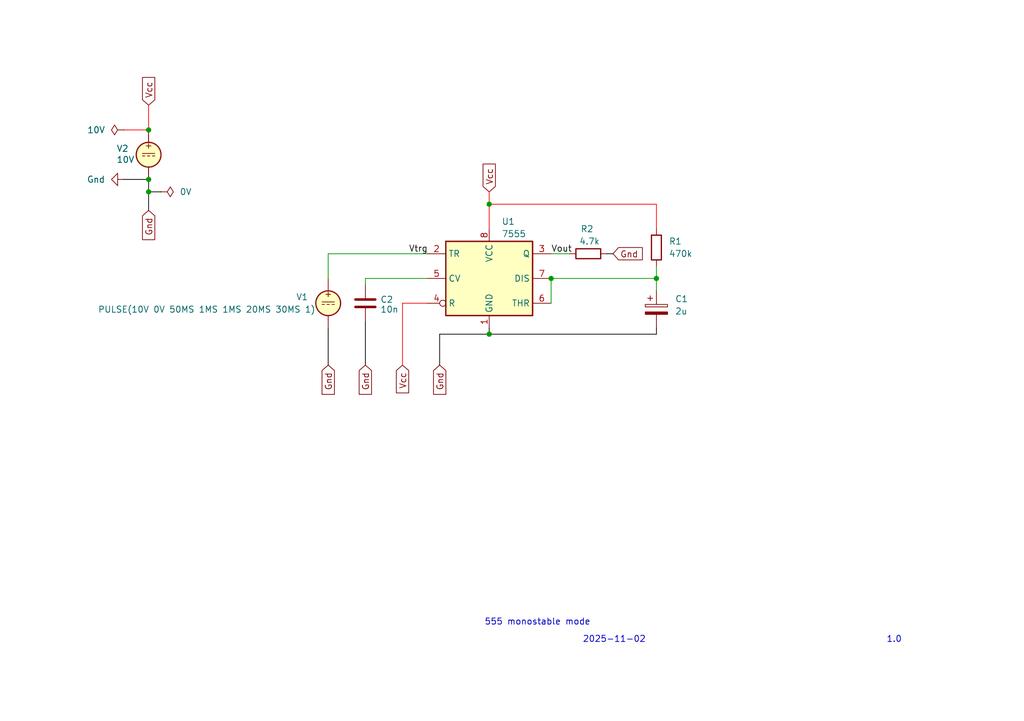
<source format=kicad_sch>
(kicad_sch (version 20250114) (generator "eeschema") (generator_version "9.0")
  (paper "A5")
  (lib_symbols
    (symbol "Device:C" (pin_numbers (hide yes)) (pin_names (offset 0.254))
      (property "Reference" "C" (at 0.635 2.54 0))
      (property "Value" "C" (at 0.635 -2.54 0))
      (symbol "C_0_1"
        (polyline (pts (xy -2.032 0.762) (xy 2.032 0.762)) (stroke (width 0.508)))
        (polyline (pts (xy -2.032 -0.762) (xy 2.032 -0.762)) (stroke (width 0.508)))
      )
      (symbol "C_1_1"
        (pin passive line (at 0 3.81 270) (length 2.794) (name "~") (number "1"))
        (pin passive line (at 0 -3.81 90) (length 2.794) (name "~") (number "2"))
      )
    )
    (symbol "Device:C_Polarized" (pin_numbers (hide yes)) (pin_names (offset 0.254))
      (property "Reference" "C" (at 0.635 2.54 0))
      (property "Value" "C_Polarized" (at 0.635 -2.54 0))
      (symbol "C_Polarized_0_1"
        (rectangle (start -2.286 0.508) (end 2.286 1.016))
        (polyline (pts (xy -1.778 2.286) (xy -0.762 2.286)))
        (polyline (pts (xy -1.27 2.794) (xy -1.27 1.778)))
        (rectangle (start 2.286 -0.508) (end -2.286 -1.016) (fill (type outline)))
      )
      (symbol "C_Polarized_1_1"
        (pin passive line (at 0 3.81 270) (length 2.794) (name "~") (number "1"))
        (pin passive line (at 0 -3.81 90) (length 2.794) (name "~") (number "2"))
      )
    )
    (symbol "Device:R" (pin_numbers (hide yes)) (pin_names (offset 0))
      (property "Reference" "R" (at 2.032 0 90))
      (property "Value" "R" (at 0 0 90))
      (symbol "R_0_1"
        (rectangle (start -1.016 -2.54) (end 1.016 2.54) (stroke (width 0.254)))
      )
      (symbol "R_1_1"
        (pin passive line (at 0 3.81 270) (length 1.27) (name "~") (number "1"))
        (pin passive line (at 0 -3.81 90) (length 1.27) (name "~") (number "2"))
      )
    )
    (symbol "Simulation_SPICE:VDC" (pin_numbers (hide yes)) (pin_names (offset 0.0254))
      (property "Reference" "V" (at 2.54 2.54 0))
      (property "Value" "1" (at 2.54 0 0))
      (symbol "VDC_0_0"
        (polyline (pts (xy -1.27 0.254) (xy 1.27 0.254)))
        (polyline (pts (xy -0.762 -0.254) (xy -1.27 -0.254)))
        (polyline (pts (xy 0.254 -0.254) (xy -0.254 -0.254)))
        (polyline (pts (xy 1.27 -0.254) (xy 0.762 -0.254)))
        (text "+" (at 0 1.905 0) (effects (font (size 1.27 1.27))))
      )
      (symbol "VDC_0_1"
        (circle (center 0 0) (radius 2.54) (stroke (width 0.254)) (fill (type background)))
      )
      (symbol "VDC_1_1"
        (pin passive line (at 0 5.08 270) (length 2.54) (name "~") (number "1"))
        (pin passive line (at 0 -5.08 90) (length 2.54) (name "~") (number "2"))
      )
    )
    (symbol "Timer:LM555xN"
      (property "Reference" "U" (at -10.16 8.89 0))
      (property "Value" "LM555xN" (at 2.54 8.89 0))
      (symbol "LM555xN_0_0"
        (pin power_in line (at 0 10.16 270) (length 2.54) (name "VCC") (number "8"))
        (pin power_in line (at 0 -10.16 90) (length 2.54) (name "GND") (number "1"))
      )
      (symbol "LM555xN_0_1"
        (rectangle (start -8.89 -7.62) (end 8.89 7.62) (stroke (width 0.254)) (fill (type background)))
        (rectangle (start -8.89 -7.62) (end 8.89 7.62) (stroke (width 0.254)) (fill (type background)))
      )
      (symbol "LM555xN_1_1"
        (pin input line (at -12.7 5.08 0) (length 3.81) (name "TR") (number "2"))
        (pin input line (at -12.7 0 0) (length 3.81) (name "CV") (number "5"))
        (pin input inverted (at -12.7 -5.08 0) (length 3.81) (name "R") (number "4"))
        (pin output line (at 12.7 5.08 180) (length 3.81) (name "Q") (number "3"))
        (pin input line (at 12.7 0 180) (length 3.81) (name "DIS") (number "7"))
        (pin input line (at 12.7 -5.08 180) (length 3.81) (name "THR") (number "6"))
      )
    )
    (symbol "power:GND" (power) (pin_numbers (hide yes)) (pin_names (offset 0) (hide yes))
      (property "Value" "GND" (at 0 -3.81 0))
      (symbol "GND_0_1"
        (polyline (pts (xy 0 0) (xy 0 -1.27) (xy 1.27 -1.27) (xy 0 -2.54) (xy -1.27 -1.27) (xy 0 -1.27)))
      )
      (symbol "GND_1_1"
        (pin power_in line (at 0 0 270) (length 0) (name "~") (number "1"))
      )
    )
    (symbol "power:PWR_FLAG" (power) (pin_numbers (hide yes)) (pin_names (offset 0) (hide yes))
      (property "Value" "PWR_FLAG" (at 0 3.81 0))
      (symbol "PWR_FLAG_0_0"
        (pin power_out line (at 0 0 90) (length 0) (name "~") (number "1"))
      )
      (symbol "PWR_FLAG_0_1"
        (polyline (pts (xy 0 0) (xy 0 1.27) (xy -1.016 1.905) (xy 0 2.54) (xy 1.016 1.905) (xy 0 1.27)))
      )
    )
  )
  (text "555 monostable mode" (at 110.236 127.762 0) (effects (font (size 1.27 1.27))))
  (text "2025-11-02" (at 125.984 131.318 0) (effects (font (size 1.27 1.27))))
  (text "1.0" (at 183.388 131.318 0) (effects (font (size 1.27 1.27))))
  (junction (at 30.48 36.83))
  (junction (at 134.62 57.15))
  (junction (at 100.33 68.58))
  (junction (at 30.48 26.67))
  (junction (at 113.03 57.15))
  (junction (at 30.48 39.37))
  (junction (at 100.33 41.91))
  (wire (pts (xy 67.31 52.07) (xy 87.63 52.07)))
  (wire (pts (xy 134.62 41.91) (xy 134.62 46.99)) (stroke (width 0) (color 255 0 0 1)))
  (wire (pts (xy 74.93 66.04) (xy 74.93 74.93)) (stroke (width 0) (color 0 0 0 1)))
  (wire (pts (xy 74.93 57.15) (xy 87.63 57.15)))
  (wire (pts (xy 30.48 39.37) (xy 33.02 39.37)) (stroke (width 0) (color 0 0 0 1)))
  (wire (pts (xy 134.62 57.15) (xy 134.62 59.69)))
  (wire (pts (xy 113.03 57.15) (xy 113.03 62.23)))
  (wire (pts (xy 90.17 68.58) (xy 100.33 68.58)) (stroke (width 0) (color 0 0 0 1)))
  (wire (pts (xy 100.33 41.91) (xy 100.33 46.99)) (stroke (width 0) (color 255 0 0 1)))
  (wire (pts (xy 30.48 39.37) (xy 30.48 43.18)) (stroke (width 0) (color 0 0 0 1)))
  (wire (pts (xy 30.48 21.59) (xy 30.48 26.67)) (stroke (width 0) (color 255 0 0 1)))
  (wire (pts (xy 25.4 26.67) (xy 30.48 26.67)) (stroke (width 0) (color 255 0 0 1)))
  (wire (pts (xy 134.62 54.61) (xy 134.62 57.15)))
  (wire (pts (xy 67.31 67.31) (xy 67.31 74.93)) (stroke (width 0) (color 0 0 0 1)))
  (wire (pts (xy 100.33 39.37) (xy 100.33 41.91)) (stroke (width 0) (color 255 0 0 1)))
  (wire (pts (xy 30.48 39.37) (xy 30.48 36.83)) (stroke (width 0) (color 0 0 0 1)))
  (wire (pts (xy 134.62 67.31) (xy 134.62 68.58)) (stroke (width 0) (color 0 0 0 1)))
  (wire (pts (xy 82.55 62.23) (xy 82.55 74.93)) (stroke (width 0) (color 255 0 0 1)))
  (wire (pts (xy 125.73 52.07) (xy 124.46 52.07)) (stroke (width 0) (color 0 0 0 1)))
  (wire (pts (xy 82.55 62.23) (xy 87.63 62.23)) (stroke (width 0) (color 255 0 0 1)))
  (wire (pts (xy 113.03 57.15) (xy 134.62 57.15)))
  (wire (pts (xy 67.31 57.15) (xy 67.31 52.07)))
  (wire (pts (xy 113.03 52.07) (xy 116.84 52.07)))
  (wire (pts (xy 74.93 57.15) (xy 74.93 58.42)))
  (wire (pts (xy 100.33 68.58) (xy 134.62 68.58)) (stroke (width 0) (color 0 0 0 1)))
  (wire (pts (xy 100.33 67.31) (xy 100.33 68.58)) (stroke (width 0) (color 0 0 0 1)))
  (wire (pts (xy 100.33 41.91) (xy 134.62 41.91)) (stroke (width 0) (color 255 0 0 1)))
  (wire (pts (xy 90.17 68.58) (xy 90.17 74.93)) (stroke (width 0) (color 0 0 0 1)))
  (wire (pts (xy 25.4 36.83) (xy 30.48 36.83)) (stroke (width 0) (color 0 0 0 1)))
  (label "Vout" (at 113.03 52.07 0))
  (label "Vtrg" (at 83.82 52.07 0))
  (global_label "Gnd" (shape input) (at 67.31 74.93 270) (property "Intersheetrefs" "${INTERSHEET_REFS}" (effects (hide yes))))
  (global_label "Gnd" (shape input) (at 74.93 74.93 270) (property "Intersheetrefs" "${INTERSHEET_REFS}" (effects (hide yes))))
  (global_label "Vcc" (shape input) (at 82.55 74.93 270) (property "Intersheetrefs" "${INTERSHEET_REFS}" (effects (hide yes))))
  (global_label "Gnd" (shape input) (at 125.73 52.07 0) (property "Intersheetrefs" "${INTERSHEET_REFS}" (effects (hide yes))))
  (global_label "Gnd" (shape input) (at 90.17 74.93 270) (property "Intersheetrefs" "${INTERSHEET_REFS}" (effects (hide yes))))
  (global_label "Vcc" (shape input) (at 30.48 21.59 90) (property "Intersheetrefs" "${INTERSHEET_REFS}" (effects (hide yes))))
  (global_label "Vcc" (shape input) (at 100.33 39.37 90) (property "Intersheetrefs" "${INTERSHEET_REFS}" (effects (hide yes))))
  (global_label "Gnd" (shape input) (at 30.48 43.18 270) (property "Intersheetrefs" "${INTERSHEET_REFS}" (effects (hide yes))))
  (symbol (lib_id "Timer:LM555xN") (at 100.33 57.15 0) (unit 1)
    (property "Reference" "U1" (at 102.87 45.466 0) (effects (justify left)))
    (property "Value" "7555" (at 102.87 48.006 0) (effects (justify left)))
    (property "Footprint" "Package_DIP:DIP-8_W7.62mm" (effects (hide yes)))
    (property "Datasheet" "http://www.ti.com/lit/ds/symlink/lm555.pdf" (effects (hide yes)))
    (property "Description" "Timer, 555 compatible, PDIP-8" (effects (hide yes)))
    (property "Sim.Library" "/home/kjetil/kicad/NE555.lib" (effects (hide yes)))
    (property "Sim.Name" "NE555" (effects (hide yes)))
    (property "Sim.Device" "SUBCKT" (effects (hide yes)))
    (property "Sim.Pins" "1=1 2=2 3=3 4=4 5=5 6=6 7=7 8=8" (effects (hide yes)))
  )
  (symbol (lib_id "Simulation_SPICE:VDC") (at 67.31 62.23 0) (unit 1)
    (property "Reference" "V1" (at 60.706 60.96 0) (effects (justify left)))
    (property "Value" "PULSE(10V 0V 50MS 1MS 1MS 20MS 30MS 1)" (at 20.066 63.5 0) (effects (justify left)))
    (property "Datasheet" "https://ngspice.sourceforge.io/docs/ngspice-html-manual/manual.xhtml#sec_Independent_Sources_for" (effects (hide yes)))
    (property "Description" "Voltage source, DC" (effects (hide yes)))
    (property "Sim.Pins" "1=+ 2=-" (effects (hide yes)))
    (property "Sim.Type" "DC" (effects (hide yes)))
    (property "Sim.Device" "V" (effects (hide yes)))
  )
  (symbol (lib_id "power:PWR_FLAG") (at 33.02 39.37 270) (unit 1)
    (property "Reference" "#FLG02" (effects (hide yes)))
    (property "Value" "0V" (at 36.83 39.37 90) (effects (justify left)))
    (property "Description" "Special symbol for telling ERC where power comes from" (effects (hide yes)))
  )
  (symbol (lib_id "Device:R") (at 134.62 50.8 0) (unit 1)
    (property "Reference" "R1" (at 137.16 49.5299 0) (effects (justify left)))
    (property "Value" "470k" (at 137.16 52.0699 0) (effects (justify left)))
    (property "Description" "Resistor" (effects (hide yes)))
  )
  (symbol (lib_id "Device:C") (at 74.93 62.23 180) (unit 1)
    (property "Reference" "C2" (at 77.978 61.468 0) (effects (justify right)))
    (property "Value" "10n" (at 77.978 63.5 0) (effects (justify right)))
    (property "Description" "Unpolarized capacitor" (effects (hide yes)))
  )
  (symbol (lib_id "Device:C_Polarized") (at 134.62 63.5 0) (unit 1)
    (property "Reference" "C1" (at 138.43 61.3409 0) (effects (justify left)))
    (property "Value" "2u" (at 138.43 63.8809 0) (effects (justify left)))
    (property "Description" "Polarized capacitor" (effects (hide yes)))
  )
  (symbol (lib_id "Simulation_SPICE:VDC") (at 30.48 31.75 0) (unit 1)
    (property "Reference" "V2" (at 23.876 30.48 0) (effects (justify left)))
    (property "Value" "10V" (at 23.876 32.766 0) (effects (justify left)))
    (property "Datasheet" "https://ngspice.sourceforge.io/docs/ngspice-html-manual/manual.xhtml#sec_Independent_Sources_for" (effects (hide yes)))
    (property "Description" "Voltage source, DC" (effects (hide yes)))
    (property "Sim.Pins" "1=+ 2=-" (effects (hide yes)))
    (property "Sim.Type" "DC" (effects (hide yes)))
    (property "Sim.Device" "V" (effects (hide yes)))
  )
  (symbol (lib_id "power:PWR_FLAG") (at 25.4 26.67 90) (unit 1)
    (property "Reference" "#FLG01" (effects (hide yes)))
    (property "Value" "10V" (at 21.59 26.6699 90) (effects (justify left)))
    (property "Description" "Special symbol for telling ERC where power comes from" (effects (hide yes)))
  )
  (symbol (lib_id "power:GND") (at 25.4 36.83 270) (unit 1)
    (property "Reference" "#PWR01" (effects (hide yes)))
    (property "Value" "Gnd" (at 21.59 36.8299 90) (effects (justify right)))
    (property "Description" "Power symbol creates a global label with name \"GND\" , ground" (effects (hide yes)))
  )
  (symbol (lib_id "Device:R") (at 120.65 52.07 90) (unit 1)
    (property "Reference" "R2" (at 120.396 46.99 90))
    (property "Value" "4.7k" (at 120.904 49.53 90))
    (property "Description" "Resistor" (effects (hide yes)))
  )
)
</source>
